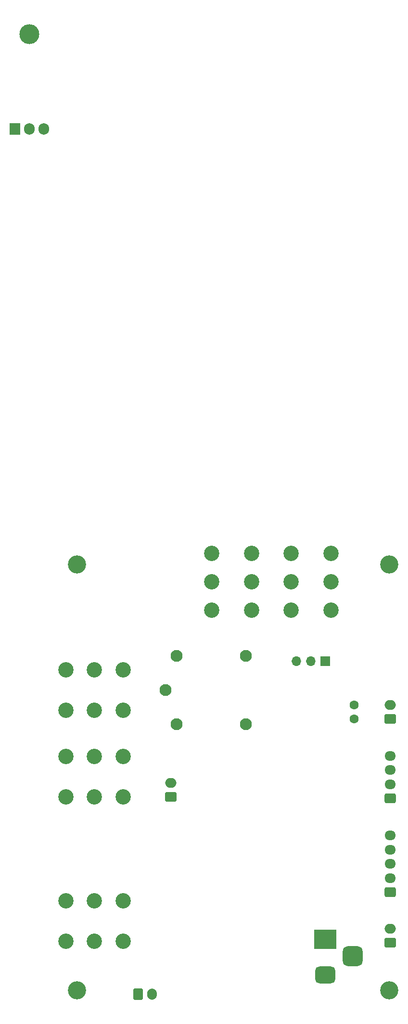
<source format=gbr>
%TF.GenerationSoftware,KiCad,Pcbnew,(6.0.7)*%
%TF.CreationDate,2025-03-09T22:25:54+09:00*%
%TF.ProjectId,Main_SMD_Controller,4d61696e-5f53-44d4-945f-436f6e74726f,rev?*%
%TF.SameCoordinates,Original*%
%TF.FileFunction,Soldermask,Bot*%
%TF.FilePolarity,Negative*%
%FSLAX46Y46*%
G04 Gerber Fmt 4.6, Leading zero omitted, Abs format (unit mm)*
G04 Created by KiCad (PCBNEW (6.0.7)) date 2025-03-09 22:25:54*
%MOMM*%
%LPD*%
G01*
G04 APERTURE LIST*
G04 Aperture macros list*
%AMRoundRect*
0 Rectangle with rounded corners*
0 $1 Rounding radius*
0 $2 $3 $4 $5 $6 $7 $8 $9 X,Y pos of 4 corners*
0 Add a 4 corners polygon primitive as box body*
4,1,4,$2,$3,$4,$5,$6,$7,$8,$9,$2,$3,0*
0 Add four circle primitives for the rounded corners*
1,1,$1+$1,$2,$3*
1,1,$1+$1,$4,$5*
1,1,$1+$1,$6,$7*
1,1,$1+$1,$8,$9*
0 Add four rect primitives between the rounded corners*
20,1,$1+$1,$2,$3,$4,$5,0*
20,1,$1+$1,$4,$5,$6,$7,0*
20,1,$1+$1,$6,$7,$8,$9,0*
20,1,$1+$1,$8,$9,$2,$3,0*%
G04 Aperture macros list end*
%ADD10RoundRect,0.250000X0.725000X-0.600000X0.725000X0.600000X-0.725000X0.600000X-0.725000X-0.600000X0*%
%ADD11O,1.950000X1.700000*%
%ADD12O,2.000000X1.700000*%
%ADD13RoundRect,0.250000X0.750000X-0.600000X0.750000X0.600000X-0.750000X0.600000X-0.750000X-0.600000X0*%
%ADD14R,1.700000X1.700000*%
%ADD15O,1.700000X1.700000*%
%ADD16C,1.600000*%
%ADD17C,3.200000*%
%ADD18R,4.000000X3.500000*%
%ADD19RoundRect,0.750000X1.000000X-0.750000X1.000000X0.750000X-1.000000X0.750000X-1.000000X-0.750000X0*%
%ADD20RoundRect,0.875000X0.875000X-0.875000X0.875000X0.875000X-0.875000X0.875000X-0.875000X-0.875000X0*%
%ADD21C,2.100000*%
%ADD22C,2.700000*%
%ADD23RoundRect,0.250000X-0.600000X-0.750000X0.600000X-0.750000X0.600000X0.750000X-0.600000X0.750000X0*%
%ADD24O,1.700000X2.000000*%
%ADD25O,3.500000X3.500000*%
%ADD26R,1.905000X2.000000*%
%ADD27O,1.905000X2.000000*%
G04 APERTURE END LIST*
D10*
%TO.C,J4*%
X90170000Y-76200000D03*
D11*
X90170000Y-73700000D03*
X90170000Y-71200000D03*
X90170000Y-68700000D03*
%TD*%
D12*
%TO.C,J5*%
X90170000Y-99100000D03*
D13*
X90170000Y-101600000D03*
%TD*%
%TO.C,J9*%
X90170000Y-62230000D03*
D12*
X90170000Y-59730000D03*
%TD*%
D14*
%TO.C,J7*%
X78725000Y-52070000D03*
D15*
X76185000Y-52070000D03*
X73645000Y-52070000D03*
%TD*%
D16*
%TO.C,TH1*%
X83820000Y-62230000D03*
X83820000Y-59730000D03*
%TD*%
D17*
%TO.C,H3*%
X90000000Y-110000000D03*
%TD*%
D18*
%TO.C,J1*%
X78740000Y-100965000D03*
D19*
X78740000Y-107215000D03*
D20*
X83540000Y-103965000D03*
%TD*%
D13*
%TO.C,J13*%
X51562000Y-75946000D03*
D12*
X51562000Y-73446000D03*
%TD*%
D21*
%TO.C,RLY1*%
X52570000Y-63150000D03*
X64770000Y-63150000D03*
X64770000Y-51150000D03*
X52570000Y-51150000D03*
X50570000Y-57150000D03*
%TD*%
D22*
%TO.C,J8*%
X33100000Y-101340000D03*
X43100000Y-101340000D03*
X38100000Y-101340000D03*
X33100000Y-94240000D03*
X43100000Y-94240000D03*
X38100000Y-94240000D03*
%TD*%
D23*
%TO.C,J3*%
X45740000Y-110600000D03*
D24*
X48240000Y-110600000D03*
%TD*%
D17*
%TO.C,H4*%
X90000000Y-35000000D03*
%TD*%
D25*
%TO.C,Q2*%
X26670000Y58230000D03*
D26*
X24130000Y41570000D03*
D27*
X26670000Y41570000D03*
X29210000Y41570000D03*
%TD*%
D22*
%TO.C,J12*%
X33100000Y-60700000D03*
X33100000Y-53600000D03*
X38100000Y-60700000D03*
X43100000Y-53600000D03*
X38100000Y-53600000D03*
X43100000Y-60700000D03*
%TD*%
%TO.C,J14*%
X38100000Y-68840000D03*
X38100000Y-75940000D03*
X33100000Y-68840000D03*
X43100000Y-68840000D03*
X33100000Y-75940000D03*
X43100000Y-75940000D03*
%TD*%
D17*
%TO.C,H1*%
X35000000Y-35000000D03*
%TD*%
%TO.C,H2*%
X35000000Y-110000000D03*
%TD*%
D22*
%TO.C,J11*%
X58680000Y-38100000D03*
X58680000Y-33100000D03*
X58680000Y-43100000D03*
X65780000Y-33100000D03*
X65780000Y-38100000D03*
X65780000Y-43100000D03*
%TD*%
%TO.C,J10*%
X72650000Y-38100000D03*
X79750000Y-43100000D03*
X79750000Y-38100000D03*
X72650000Y-33100000D03*
X79750000Y-33100000D03*
X72650000Y-43100000D03*
%TD*%
D10*
%TO.C,J2*%
X90170000Y-92710000D03*
D11*
X90170000Y-90210000D03*
X90170000Y-87710000D03*
X90170000Y-85210000D03*
X90170000Y-82710000D03*
%TD*%
M02*

</source>
